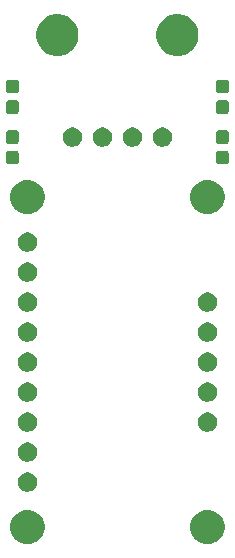
<source format=gbr>
G04 #@! TF.GenerationSoftware,KiCad,Pcbnew,(5.0.2)-1*
G04 #@! TF.CreationDate,2019-04-17T18:20:16-05:00*
G04 #@! TF.ProjectId,LSM9DS1Breakout_Hardware,4c534d39-4453-4314-9272-65616b6f7574,rev?*
G04 #@! TF.SameCoordinates,Original*
G04 #@! TF.FileFunction,Soldermask,Top*
G04 #@! TF.FilePolarity,Negative*
%FSLAX46Y46*%
G04 Gerber Fmt 4.6, Leading zero omitted, Abs format (unit mm)*
G04 Created by KiCad (PCBNEW (5.0.2)-1) date 4/17/2019 6:20:16 PM*
%MOMM*%
%LPD*%
G01*
G04 APERTURE LIST*
%ADD10C,0.100000*%
G04 APERTURE END LIST*
D10*
G36*
X137442491Y-68429823D02*
X137582366Y-68457646D01*
X137845885Y-68566799D01*
X138081449Y-68724198D01*
X138083049Y-68725267D01*
X138284733Y-68926951D01*
X138284735Y-68926954D01*
X138443201Y-69164115D01*
X138552354Y-69427634D01*
X138608000Y-69707384D01*
X138608000Y-69992616D01*
X138552354Y-70272366D01*
X138443201Y-70535885D01*
X138285802Y-70771449D01*
X138284733Y-70773049D01*
X138083049Y-70974733D01*
X138083046Y-70974735D01*
X137845885Y-71133201D01*
X137582366Y-71242354D01*
X137442491Y-71270177D01*
X137302617Y-71298000D01*
X137017383Y-71298000D01*
X136877509Y-71270177D01*
X136737634Y-71242354D01*
X136474115Y-71133201D01*
X136236954Y-70974735D01*
X136236951Y-70974733D01*
X136035267Y-70773049D01*
X136034198Y-70771449D01*
X135876799Y-70535885D01*
X135767646Y-70272366D01*
X135712000Y-69992616D01*
X135712000Y-69707384D01*
X135767646Y-69427634D01*
X135876799Y-69164115D01*
X136035265Y-68926954D01*
X136035267Y-68926951D01*
X136236951Y-68725267D01*
X136238551Y-68724198D01*
X136474115Y-68566799D01*
X136737634Y-68457646D01*
X136877509Y-68429823D01*
X137017383Y-68402000D01*
X137302617Y-68402000D01*
X137442491Y-68429823D01*
X137442491Y-68429823D01*
G37*
G36*
X122202491Y-68429823D02*
X122342366Y-68457646D01*
X122605885Y-68566799D01*
X122841449Y-68724198D01*
X122843049Y-68725267D01*
X123044733Y-68926951D01*
X123044735Y-68926954D01*
X123203201Y-69164115D01*
X123312354Y-69427634D01*
X123368000Y-69707384D01*
X123368000Y-69992616D01*
X123312354Y-70272366D01*
X123203201Y-70535885D01*
X123045802Y-70771449D01*
X123044733Y-70773049D01*
X122843049Y-70974733D01*
X122843046Y-70974735D01*
X122605885Y-71133201D01*
X122342366Y-71242354D01*
X122202491Y-71270177D01*
X122062617Y-71298000D01*
X121777383Y-71298000D01*
X121637509Y-71270177D01*
X121497634Y-71242354D01*
X121234115Y-71133201D01*
X120996954Y-70974735D01*
X120996951Y-70974733D01*
X120795267Y-70773049D01*
X120794198Y-70771449D01*
X120636799Y-70535885D01*
X120527646Y-70272366D01*
X120472000Y-69992616D01*
X120472000Y-69707384D01*
X120527646Y-69427634D01*
X120636799Y-69164115D01*
X120795265Y-68926954D01*
X120795267Y-68926951D01*
X120996951Y-68725267D01*
X120998551Y-68724198D01*
X121234115Y-68566799D01*
X121497634Y-68457646D01*
X121637509Y-68429823D01*
X121777383Y-68402000D01*
X122062617Y-68402000D01*
X122202491Y-68429823D01*
X122202491Y-68429823D01*
G37*
G36*
X122157142Y-65258242D02*
X122305102Y-65319530D01*
X122438258Y-65408502D01*
X122551498Y-65521742D01*
X122640470Y-65654898D01*
X122701758Y-65802858D01*
X122733000Y-65959925D01*
X122733000Y-66120075D01*
X122701758Y-66277142D01*
X122640470Y-66425102D01*
X122551498Y-66558258D01*
X122438258Y-66671498D01*
X122305102Y-66760470D01*
X122157142Y-66821758D01*
X122000075Y-66853000D01*
X121839925Y-66853000D01*
X121682858Y-66821758D01*
X121534898Y-66760470D01*
X121401742Y-66671498D01*
X121288502Y-66558258D01*
X121199530Y-66425102D01*
X121138242Y-66277142D01*
X121107000Y-66120075D01*
X121107000Y-65959925D01*
X121138242Y-65802858D01*
X121199530Y-65654898D01*
X121288502Y-65521742D01*
X121401742Y-65408502D01*
X121534898Y-65319530D01*
X121682858Y-65258242D01*
X121839925Y-65227000D01*
X122000075Y-65227000D01*
X122157142Y-65258242D01*
X122157142Y-65258242D01*
G37*
G36*
X122157142Y-62718242D02*
X122305102Y-62779530D01*
X122438258Y-62868502D01*
X122551498Y-62981742D01*
X122640470Y-63114898D01*
X122701758Y-63262858D01*
X122733000Y-63419925D01*
X122733000Y-63580075D01*
X122701758Y-63737142D01*
X122640470Y-63885102D01*
X122551498Y-64018258D01*
X122438258Y-64131498D01*
X122305102Y-64220470D01*
X122157142Y-64281758D01*
X122000075Y-64313000D01*
X121839925Y-64313000D01*
X121682858Y-64281758D01*
X121534898Y-64220470D01*
X121401742Y-64131498D01*
X121288502Y-64018258D01*
X121199530Y-63885102D01*
X121138242Y-63737142D01*
X121107000Y-63580075D01*
X121107000Y-63419925D01*
X121138242Y-63262858D01*
X121199530Y-63114898D01*
X121288502Y-62981742D01*
X121401742Y-62868502D01*
X121534898Y-62779530D01*
X121682858Y-62718242D01*
X121839925Y-62687000D01*
X122000075Y-62687000D01*
X122157142Y-62718242D01*
X122157142Y-62718242D01*
G37*
G36*
X137397142Y-60178242D02*
X137545102Y-60239530D01*
X137678258Y-60328502D01*
X137791498Y-60441742D01*
X137880470Y-60574898D01*
X137941758Y-60722858D01*
X137973000Y-60879925D01*
X137973000Y-61040075D01*
X137941758Y-61197142D01*
X137880470Y-61345102D01*
X137791498Y-61478258D01*
X137678258Y-61591498D01*
X137545102Y-61680470D01*
X137397142Y-61741758D01*
X137240075Y-61773000D01*
X137079925Y-61773000D01*
X136922858Y-61741758D01*
X136774898Y-61680470D01*
X136641742Y-61591498D01*
X136528502Y-61478258D01*
X136439530Y-61345102D01*
X136378242Y-61197142D01*
X136347000Y-61040075D01*
X136347000Y-60879925D01*
X136378242Y-60722858D01*
X136439530Y-60574898D01*
X136528502Y-60441742D01*
X136641742Y-60328502D01*
X136774898Y-60239530D01*
X136922858Y-60178242D01*
X137079925Y-60147000D01*
X137240075Y-60147000D01*
X137397142Y-60178242D01*
X137397142Y-60178242D01*
G37*
G36*
X122157142Y-60178242D02*
X122305102Y-60239530D01*
X122438258Y-60328502D01*
X122551498Y-60441742D01*
X122640470Y-60574898D01*
X122701758Y-60722858D01*
X122733000Y-60879925D01*
X122733000Y-61040075D01*
X122701758Y-61197142D01*
X122640470Y-61345102D01*
X122551498Y-61478258D01*
X122438258Y-61591498D01*
X122305102Y-61680470D01*
X122157142Y-61741758D01*
X122000075Y-61773000D01*
X121839925Y-61773000D01*
X121682858Y-61741758D01*
X121534898Y-61680470D01*
X121401742Y-61591498D01*
X121288502Y-61478258D01*
X121199530Y-61345102D01*
X121138242Y-61197142D01*
X121107000Y-61040075D01*
X121107000Y-60879925D01*
X121138242Y-60722858D01*
X121199530Y-60574898D01*
X121288502Y-60441742D01*
X121401742Y-60328502D01*
X121534898Y-60239530D01*
X121682858Y-60178242D01*
X121839925Y-60147000D01*
X122000075Y-60147000D01*
X122157142Y-60178242D01*
X122157142Y-60178242D01*
G37*
G36*
X137397142Y-57638242D02*
X137545102Y-57699530D01*
X137678258Y-57788502D01*
X137791498Y-57901742D01*
X137880470Y-58034898D01*
X137941758Y-58182858D01*
X137973000Y-58339925D01*
X137973000Y-58500075D01*
X137941758Y-58657142D01*
X137880470Y-58805102D01*
X137791498Y-58938258D01*
X137678258Y-59051498D01*
X137545102Y-59140470D01*
X137397142Y-59201758D01*
X137240075Y-59233000D01*
X137079925Y-59233000D01*
X136922858Y-59201758D01*
X136774898Y-59140470D01*
X136641742Y-59051498D01*
X136528502Y-58938258D01*
X136439530Y-58805102D01*
X136378242Y-58657142D01*
X136347000Y-58500075D01*
X136347000Y-58339925D01*
X136378242Y-58182858D01*
X136439530Y-58034898D01*
X136528502Y-57901742D01*
X136641742Y-57788502D01*
X136774898Y-57699530D01*
X136922858Y-57638242D01*
X137079925Y-57607000D01*
X137240075Y-57607000D01*
X137397142Y-57638242D01*
X137397142Y-57638242D01*
G37*
G36*
X122157142Y-57638242D02*
X122305102Y-57699530D01*
X122438258Y-57788502D01*
X122551498Y-57901742D01*
X122640470Y-58034898D01*
X122701758Y-58182858D01*
X122733000Y-58339925D01*
X122733000Y-58500075D01*
X122701758Y-58657142D01*
X122640470Y-58805102D01*
X122551498Y-58938258D01*
X122438258Y-59051498D01*
X122305102Y-59140470D01*
X122157142Y-59201758D01*
X122000075Y-59233000D01*
X121839925Y-59233000D01*
X121682858Y-59201758D01*
X121534898Y-59140470D01*
X121401742Y-59051498D01*
X121288502Y-58938258D01*
X121199530Y-58805102D01*
X121138242Y-58657142D01*
X121107000Y-58500075D01*
X121107000Y-58339925D01*
X121138242Y-58182858D01*
X121199530Y-58034898D01*
X121288502Y-57901742D01*
X121401742Y-57788502D01*
X121534898Y-57699530D01*
X121682858Y-57638242D01*
X121839925Y-57607000D01*
X122000075Y-57607000D01*
X122157142Y-57638242D01*
X122157142Y-57638242D01*
G37*
G36*
X137397142Y-55098242D02*
X137545102Y-55159530D01*
X137678258Y-55248502D01*
X137791498Y-55361742D01*
X137880470Y-55494898D01*
X137941758Y-55642858D01*
X137973000Y-55799925D01*
X137973000Y-55960075D01*
X137941758Y-56117142D01*
X137880470Y-56265102D01*
X137791498Y-56398258D01*
X137678258Y-56511498D01*
X137545102Y-56600470D01*
X137397142Y-56661758D01*
X137240075Y-56693000D01*
X137079925Y-56693000D01*
X136922858Y-56661758D01*
X136774898Y-56600470D01*
X136641742Y-56511498D01*
X136528502Y-56398258D01*
X136439530Y-56265102D01*
X136378242Y-56117142D01*
X136347000Y-55960075D01*
X136347000Y-55799925D01*
X136378242Y-55642858D01*
X136439530Y-55494898D01*
X136528502Y-55361742D01*
X136641742Y-55248502D01*
X136774898Y-55159530D01*
X136922858Y-55098242D01*
X137079925Y-55067000D01*
X137240075Y-55067000D01*
X137397142Y-55098242D01*
X137397142Y-55098242D01*
G37*
G36*
X122157142Y-55098242D02*
X122305102Y-55159530D01*
X122438258Y-55248502D01*
X122551498Y-55361742D01*
X122640470Y-55494898D01*
X122701758Y-55642858D01*
X122733000Y-55799925D01*
X122733000Y-55960075D01*
X122701758Y-56117142D01*
X122640470Y-56265102D01*
X122551498Y-56398258D01*
X122438258Y-56511498D01*
X122305102Y-56600470D01*
X122157142Y-56661758D01*
X122000075Y-56693000D01*
X121839925Y-56693000D01*
X121682858Y-56661758D01*
X121534898Y-56600470D01*
X121401742Y-56511498D01*
X121288502Y-56398258D01*
X121199530Y-56265102D01*
X121138242Y-56117142D01*
X121107000Y-55960075D01*
X121107000Y-55799925D01*
X121138242Y-55642858D01*
X121199530Y-55494898D01*
X121288502Y-55361742D01*
X121401742Y-55248502D01*
X121534898Y-55159530D01*
X121682858Y-55098242D01*
X121839925Y-55067000D01*
X122000075Y-55067000D01*
X122157142Y-55098242D01*
X122157142Y-55098242D01*
G37*
G36*
X122157142Y-52558242D02*
X122305102Y-52619530D01*
X122438258Y-52708502D01*
X122551498Y-52821742D01*
X122640470Y-52954898D01*
X122701758Y-53102858D01*
X122733000Y-53259925D01*
X122733000Y-53420075D01*
X122701758Y-53577142D01*
X122640470Y-53725102D01*
X122551498Y-53858258D01*
X122438258Y-53971498D01*
X122305102Y-54060470D01*
X122157142Y-54121758D01*
X122000075Y-54153000D01*
X121839925Y-54153000D01*
X121682858Y-54121758D01*
X121534898Y-54060470D01*
X121401742Y-53971498D01*
X121288502Y-53858258D01*
X121199530Y-53725102D01*
X121138242Y-53577142D01*
X121107000Y-53420075D01*
X121107000Y-53259925D01*
X121138242Y-53102858D01*
X121199530Y-52954898D01*
X121288502Y-52821742D01*
X121401742Y-52708502D01*
X121534898Y-52619530D01*
X121682858Y-52558242D01*
X121839925Y-52527000D01*
X122000075Y-52527000D01*
X122157142Y-52558242D01*
X122157142Y-52558242D01*
G37*
G36*
X137397142Y-52558242D02*
X137545102Y-52619530D01*
X137678258Y-52708502D01*
X137791498Y-52821742D01*
X137880470Y-52954898D01*
X137941758Y-53102858D01*
X137973000Y-53259925D01*
X137973000Y-53420075D01*
X137941758Y-53577142D01*
X137880470Y-53725102D01*
X137791498Y-53858258D01*
X137678258Y-53971498D01*
X137545102Y-54060470D01*
X137397142Y-54121758D01*
X137240075Y-54153000D01*
X137079925Y-54153000D01*
X136922858Y-54121758D01*
X136774898Y-54060470D01*
X136641742Y-53971498D01*
X136528502Y-53858258D01*
X136439530Y-53725102D01*
X136378242Y-53577142D01*
X136347000Y-53420075D01*
X136347000Y-53259925D01*
X136378242Y-53102858D01*
X136439530Y-52954898D01*
X136528502Y-52821742D01*
X136641742Y-52708502D01*
X136774898Y-52619530D01*
X136922858Y-52558242D01*
X137079925Y-52527000D01*
X137240075Y-52527000D01*
X137397142Y-52558242D01*
X137397142Y-52558242D01*
G37*
G36*
X122157142Y-50018242D02*
X122305102Y-50079530D01*
X122438258Y-50168502D01*
X122551498Y-50281742D01*
X122640470Y-50414898D01*
X122701758Y-50562858D01*
X122733000Y-50719925D01*
X122733000Y-50880075D01*
X122701758Y-51037142D01*
X122640470Y-51185102D01*
X122551498Y-51318258D01*
X122438258Y-51431498D01*
X122305102Y-51520470D01*
X122157142Y-51581758D01*
X122000075Y-51613000D01*
X121839925Y-51613000D01*
X121682858Y-51581758D01*
X121534898Y-51520470D01*
X121401742Y-51431498D01*
X121288502Y-51318258D01*
X121199530Y-51185102D01*
X121138242Y-51037142D01*
X121107000Y-50880075D01*
X121107000Y-50719925D01*
X121138242Y-50562858D01*
X121199530Y-50414898D01*
X121288502Y-50281742D01*
X121401742Y-50168502D01*
X121534898Y-50079530D01*
X121682858Y-50018242D01*
X121839925Y-49987000D01*
X122000075Y-49987000D01*
X122157142Y-50018242D01*
X122157142Y-50018242D01*
G37*
G36*
X137397142Y-50018242D02*
X137545102Y-50079530D01*
X137678258Y-50168502D01*
X137791498Y-50281742D01*
X137880470Y-50414898D01*
X137941758Y-50562858D01*
X137973000Y-50719925D01*
X137973000Y-50880075D01*
X137941758Y-51037142D01*
X137880470Y-51185102D01*
X137791498Y-51318258D01*
X137678258Y-51431498D01*
X137545102Y-51520470D01*
X137397142Y-51581758D01*
X137240075Y-51613000D01*
X137079925Y-51613000D01*
X136922858Y-51581758D01*
X136774898Y-51520470D01*
X136641742Y-51431498D01*
X136528502Y-51318258D01*
X136439530Y-51185102D01*
X136378242Y-51037142D01*
X136347000Y-50880075D01*
X136347000Y-50719925D01*
X136378242Y-50562858D01*
X136439530Y-50414898D01*
X136528502Y-50281742D01*
X136641742Y-50168502D01*
X136774898Y-50079530D01*
X136922858Y-50018242D01*
X137079925Y-49987000D01*
X137240075Y-49987000D01*
X137397142Y-50018242D01*
X137397142Y-50018242D01*
G37*
G36*
X122157142Y-47478242D02*
X122305102Y-47539530D01*
X122438258Y-47628502D01*
X122551498Y-47741742D01*
X122640470Y-47874898D01*
X122701758Y-48022858D01*
X122733000Y-48179925D01*
X122733000Y-48340075D01*
X122701758Y-48497142D01*
X122640470Y-48645102D01*
X122551498Y-48778258D01*
X122438258Y-48891498D01*
X122305102Y-48980470D01*
X122157142Y-49041758D01*
X122000075Y-49073000D01*
X121839925Y-49073000D01*
X121682858Y-49041758D01*
X121534898Y-48980470D01*
X121401742Y-48891498D01*
X121288502Y-48778258D01*
X121199530Y-48645102D01*
X121138242Y-48497142D01*
X121107000Y-48340075D01*
X121107000Y-48179925D01*
X121138242Y-48022858D01*
X121199530Y-47874898D01*
X121288502Y-47741742D01*
X121401742Y-47628502D01*
X121534898Y-47539530D01*
X121682858Y-47478242D01*
X121839925Y-47447000D01*
X122000075Y-47447000D01*
X122157142Y-47478242D01*
X122157142Y-47478242D01*
G37*
G36*
X122157142Y-44938242D02*
X122305102Y-44999530D01*
X122438258Y-45088502D01*
X122551498Y-45201742D01*
X122640470Y-45334898D01*
X122701758Y-45482858D01*
X122733000Y-45639925D01*
X122733000Y-45800075D01*
X122701758Y-45957142D01*
X122640470Y-46105102D01*
X122551498Y-46238258D01*
X122438258Y-46351498D01*
X122305102Y-46440470D01*
X122157142Y-46501758D01*
X122000075Y-46533000D01*
X121839925Y-46533000D01*
X121682858Y-46501758D01*
X121534898Y-46440470D01*
X121401742Y-46351498D01*
X121288502Y-46238258D01*
X121199530Y-46105102D01*
X121138242Y-45957142D01*
X121107000Y-45800075D01*
X121107000Y-45639925D01*
X121138242Y-45482858D01*
X121199530Y-45334898D01*
X121288502Y-45201742D01*
X121401742Y-45088502D01*
X121534898Y-44999530D01*
X121682858Y-44938242D01*
X121839925Y-44907000D01*
X122000075Y-44907000D01*
X122157142Y-44938242D01*
X122157142Y-44938242D01*
G37*
G36*
X122202491Y-40489823D02*
X122342366Y-40517646D01*
X122605885Y-40626799D01*
X122841449Y-40784198D01*
X122843049Y-40785267D01*
X123044733Y-40986951D01*
X123044735Y-40986954D01*
X123203201Y-41224115D01*
X123312354Y-41487634D01*
X123368000Y-41767384D01*
X123368000Y-42052616D01*
X123312354Y-42332366D01*
X123203201Y-42595885D01*
X123045802Y-42831449D01*
X123044733Y-42833049D01*
X122843049Y-43034733D01*
X122843046Y-43034735D01*
X122605885Y-43193201D01*
X122342366Y-43302354D01*
X122202491Y-43330177D01*
X122062617Y-43358000D01*
X121777383Y-43358000D01*
X121637509Y-43330177D01*
X121497634Y-43302354D01*
X121234115Y-43193201D01*
X120996954Y-43034735D01*
X120996951Y-43034733D01*
X120795267Y-42833049D01*
X120794198Y-42831449D01*
X120636799Y-42595885D01*
X120527646Y-42332366D01*
X120472000Y-42052616D01*
X120472000Y-41767384D01*
X120527646Y-41487634D01*
X120636799Y-41224115D01*
X120795265Y-40986954D01*
X120795267Y-40986951D01*
X120996951Y-40785267D01*
X120998551Y-40784198D01*
X121234115Y-40626799D01*
X121497634Y-40517646D01*
X121637509Y-40489823D01*
X121777383Y-40462000D01*
X122062617Y-40462000D01*
X122202491Y-40489823D01*
X122202491Y-40489823D01*
G37*
G36*
X137442491Y-40489823D02*
X137582366Y-40517646D01*
X137845885Y-40626799D01*
X138081449Y-40784198D01*
X138083049Y-40785267D01*
X138284733Y-40986951D01*
X138284735Y-40986954D01*
X138443201Y-41224115D01*
X138552354Y-41487634D01*
X138608000Y-41767384D01*
X138608000Y-42052616D01*
X138552354Y-42332366D01*
X138443201Y-42595885D01*
X138285802Y-42831449D01*
X138284733Y-42833049D01*
X138083049Y-43034733D01*
X138083046Y-43034735D01*
X137845885Y-43193201D01*
X137582366Y-43302354D01*
X137442491Y-43330177D01*
X137302617Y-43358000D01*
X137017383Y-43358000D01*
X136877509Y-43330177D01*
X136737634Y-43302354D01*
X136474115Y-43193201D01*
X136236954Y-43034735D01*
X136236951Y-43034733D01*
X136035267Y-42833049D01*
X136034198Y-42831449D01*
X135876799Y-42595885D01*
X135767646Y-42332366D01*
X135712000Y-42052616D01*
X135712000Y-41767384D01*
X135767646Y-41487634D01*
X135876799Y-41224115D01*
X136035265Y-40986954D01*
X136035267Y-40986951D01*
X136236951Y-40785267D01*
X136238551Y-40784198D01*
X136474115Y-40626799D01*
X136737634Y-40517646D01*
X136877509Y-40489823D01*
X137017383Y-40462000D01*
X137302617Y-40462000D01*
X137442491Y-40489823D01*
X137442491Y-40489823D01*
G37*
G36*
X138794499Y-38008445D02*
X138831993Y-38019819D01*
X138866557Y-38038294D01*
X138896847Y-38063153D01*
X138921706Y-38093443D01*
X138940181Y-38128007D01*
X138951555Y-38165501D01*
X138956000Y-38210638D01*
X138956000Y-38949362D01*
X138951555Y-38994499D01*
X138940181Y-39031993D01*
X138921706Y-39066557D01*
X138896847Y-39096847D01*
X138866557Y-39121706D01*
X138831993Y-39140181D01*
X138794499Y-39151555D01*
X138749362Y-39156000D01*
X138110638Y-39156000D01*
X138065501Y-39151555D01*
X138028007Y-39140181D01*
X137993443Y-39121706D01*
X137963153Y-39096847D01*
X137938294Y-39066557D01*
X137919819Y-39031993D01*
X137908445Y-38994499D01*
X137904000Y-38949362D01*
X137904000Y-38210638D01*
X137908445Y-38165501D01*
X137919819Y-38128007D01*
X137938294Y-38093443D01*
X137963153Y-38063153D01*
X137993443Y-38038294D01*
X138028007Y-38019819D01*
X138065501Y-38008445D01*
X138110638Y-38004000D01*
X138749362Y-38004000D01*
X138794499Y-38008445D01*
X138794499Y-38008445D01*
G37*
G36*
X121014499Y-38008445D02*
X121051993Y-38019819D01*
X121086557Y-38038294D01*
X121116847Y-38063153D01*
X121141706Y-38093443D01*
X121160181Y-38128007D01*
X121171555Y-38165501D01*
X121176000Y-38210638D01*
X121176000Y-38949362D01*
X121171555Y-38994499D01*
X121160181Y-39031993D01*
X121141706Y-39066557D01*
X121116847Y-39096847D01*
X121086557Y-39121706D01*
X121051993Y-39140181D01*
X121014499Y-39151555D01*
X120969362Y-39156000D01*
X120330638Y-39156000D01*
X120285501Y-39151555D01*
X120248007Y-39140181D01*
X120213443Y-39121706D01*
X120183153Y-39096847D01*
X120158294Y-39066557D01*
X120139819Y-39031993D01*
X120128445Y-38994499D01*
X120124000Y-38949362D01*
X120124000Y-38210638D01*
X120128445Y-38165501D01*
X120139819Y-38128007D01*
X120158294Y-38093443D01*
X120183153Y-38063153D01*
X120213443Y-38038294D01*
X120248007Y-38019819D01*
X120285501Y-38008445D01*
X120330638Y-38004000D01*
X120969362Y-38004000D01*
X121014499Y-38008445D01*
X121014499Y-38008445D01*
G37*
G36*
X131047142Y-36048242D02*
X131195102Y-36109530D01*
X131262130Y-36154317D01*
X131328257Y-36198501D01*
X131441499Y-36311743D01*
X131462680Y-36343443D01*
X131530470Y-36444898D01*
X131591758Y-36592858D01*
X131623000Y-36749925D01*
X131623000Y-36910075D01*
X131591758Y-37067142D01*
X131530470Y-37215102D01*
X131485775Y-37281993D01*
X131454387Y-37328969D01*
X131441498Y-37348258D01*
X131328258Y-37461498D01*
X131195102Y-37550470D01*
X131047142Y-37611758D01*
X130890075Y-37643000D01*
X130729925Y-37643000D01*
X130572858Y-37611758D01*
X130424898Y-37550470D01*
X130291742Y-37461498D01*
X130178502Y-37348258D01*
X130165614Y-37328969D01*
X130134225Y-37281993D01*
X130089530Y-37215102D01*
X130028242Y-37067142D01*
X129997000Y-36910075D01*
X129997000Y-36749925D01*
X130028242Y-36592858D01*
X130089530Y-36444898D01*
X130157320Y-36343443D01*
X130178501Y-36311743D01*
X130291743Y-36198501D01*
X130357870Y-36154317D01*
X130424898Y-36109530D01*
X130572858Y-36048242D01*
X130729925Y-36017000D01*
X130890075Y-36017000D01*
X131047142Y-36048242D01*
X131047142Y-36048242D01*
G37*
G36*
X133587142Y-36048242D02*
X133735102Y-36109530D01*
X133802130Y-36154317D01*
X133868257Y-36198501D01*
X133981499Y-36311743D01*
X134002680Y-36343443D01*
X134070470Y-36444898D01*
X134131758Y-36592858D01*
X134163000Y-36749925D01*
X134163000Y-36910075D01*
X134131758Y-37067142D01*
X134070470Y-37215102D01*
X134025775Y-37281993D01*
X133994387Y-37328969D01*
X133981498Y-37348258D01*
X133868258Y-37461498D01*
X133735102Y-37550470D01*
X133587142Y-37611758D01*
X133430075Y-37643000D01*
X133269925Y-37643000D01*
X133112858Y-37611758D01*
X132964898Y-37550470D01*
X132831742Y-37461498D01*
X132718502Y-37348258D01*
X132705614Y-37328969D01*
X132674225Y-37281993D01*
X132629530Y-37215102D01*
X132568242Y-37067142D01*
X132537000Y-36910075D01*
X132537000Y-36749925D01*
X132568242Y-36592858D01*
X132629530Y-36444898D01*
X132697320Y-36343443D01*
X132718501Y-36311743D01*
X132831743Y-36198501D01*
X132897870Y-36154317D01*
X132964898Y-36109530D01*
X133112858Y-36048242D01*
X133269925Y-36017000D01*
X133430075Y-36017000D01*
X133587142Y-36048242D01*
X133587142Y-36048242D01*
G37*
G36*
X128507142Y-36048242D02*
X128655102Y-36109530D01*
X128722130Y-36154317D01*
X128788257Y-36198501D01*
X128901499Y-36311743D01*
X128922680Y-36343443D01*
X128990470Y-36444898D01*
X129051758Y-36592858D01*
X129083000Y-36749925D01*
X129083000Y-36910075D01*
X129051758Y-37067142D01*
X128990470Y-37215102D01*
X128945775Y-37281993D01*
X128914387Y-37328969D01*
X128901498Y-37348258D01*
X128788258Y-37461498D01*
X128655102Y-37550470D01*
X128507142Y-37611758D01*
X128350075Y-37643000D01*
X128189925Y-37643000D01*
X128032858Y-37611758D01*
X127884898Y-37550470D01*
X127751742Y-37461498D01*
X127638502Y-37348258D01*
X127625614Y-37328969D01*
X127594225Y-37281993D01*
X127549530Y-37215102D01*
X127488242Y-37067142D01*
X127457000Y-36910075D01*
X127457000Y-36749925D01*
X127488242Y-36592858D01*
X127549530Y-36444898D01*
X127617320Y-36343443D01*
X127638501Y-36311743D01*
X127751743Y-36198501D01*
X127817870Y-36154317D01*
X127884898Y-36109530D01*
X128032858Y-36048242D01*
X128189925Y-36017000D01*
X128350075Y-36017000D01*
X128507142Y-36048242D01*
X128507142Y-36048242D01*
G37*
G36*
X125967142Y-36048242D02*
X126115102Y-36109530D01*
X126182130Y-36154317D01*
X126248257Y-36198501D01*
X126361499Y-36311743D01*
X126382680Y-36343443D01*
X126450470Y-36444898D01*
X126511758Y-36592858D01*
X126543000Y-36749925D01*
X126543000Y-36910075D01*
X126511758Y-37067142D01*
X126450470Y-37215102D01*
X126405775Y-37281993D01*
X126374387Y-37328969D01*
X126361498Y-37348258D01*
X126248258Y-37461498D01*
X126115102Y-37550470D01*
X125967142Y-37611758D01*
X125810075Y-37643000D01*
X125649925Y-37643000D01*
X125492858Y-37611758D01*
X125344898Y-37550470D01*
X125211742Y-37461498D01*
X125098502Y-37348258D01*
X125085614Y-37328969D01*
X125054225Y-37281993D01*
X125009530Y-37215102D01*
X124948242Y-37067142D01*
X124917000Y-36910075D01*
X124917000Y-36749925D01*
X124948242Y-36592858D01*
X125009530Y-36444898D01*
X125077320Y-36343443D01*
X125098501Y-36311743D01*
X125211743Y-36198501D01*
X125277870Y-36154317D01*
X125344898Y-36109530D01*
X125492858Y-36048242D01*
X125649925Y-36017000D01*
X125810075Y-36017000D01*
X125967142Y-36048242D01*
X125967142Y-36048242D01*
G37*
G36*
X138794499Y-36258445D02*
X138831993Y-36269819D01*
X138866557Y-36288294D01*
X138896847Y-36313153D01*
X138921706Y-36343443D01*
X138940181Y-36378007D01*
X138951555Y-36415501D01*
X138956000Y-36460638D01*
X138956000Y-37199362D01*
X138951555Y-37244499D01*
X138940181Y-37281993D01*
X138921706Y-37316557D01*
X138896847Y-37346847D01*
X138866557Y-37371706D01*
X138831993Y-37390181D01*
X138794499Y-37401555D01*
X138749362Y-37406000D01*
X138110638Y-37406000D01*
X138065501Y-37401555D01*
X138028007Y-37390181D01*
X137993443Y-37371706D01*
X137963153Y-37346847D01*
X137938294Y-37316557D01*
X137919819Y-37281993D01*
X137908445Y-37244499D01*
X137904000Y-37199362D01*
X137904000Y-36460638D01*
X137908445Y-36415501D01*
X137919819Y-36378007D01*
X137938294Y-36343443D01*
X137963153Y-36313153D01*
X137993443Y-36288294D01*
X138028007Y-36269819D01*
X138065501Y-36258445D01*
X138110638Y-36254000D01*
X138749362Y-36254000D01*
X138794499Y-36258445D01*
X138794499Y-36258445D01*
G37*
G36*
X121014499Y-36258445D02*
X121051993Y-36269819D01*
X121086557Y-36288294D01*
X121116847Y-36313153D01*
X121141706Y-36343443D01*
X121160181Y-36378007D01*
X121171555Y-36415501D01*
X121176000Y-36460638D01*
X121176000Y-37199362D01*
X121171555Y-37244499D01*
X121160181Y-37281993D01*
X121141706Y-37316557D01*
X121116847Y-37346847D01*
X121086557Y-37371706D01*
X121051993Y-37390181D01*
X121014499Y-37401555D01*
X120969362Y-37406000D01*
X120330638Y-37406000D01*
X120285501Y-37401555D01*
X120248007Y-37390181D01*
X120213443Y-37371706D01*
X120183153Y-37346847D01*
X120158294Y-37316557D01*
X120139819Y-37281993D01*
X120128445Y-37244499D01*
X120124000Y-37199362D01*
X120124000Y-36460638D01*
X120128445Y-36415501D01*
X120139819Y-36378007D01*
X120158294Y-36343443D01*
X120183153Y-36313153D01*
X120213443Y-36288294D01*
X120248007Y-36269819D01*
X120285501Y-36258445D01*
X120330638Y-36254000D01*
X120969362Y-36254000D01*
X121014499Y-36258445D01*
X121014499Y-36258445D01*
G37*
G36*
X121014499Y-33718445D02*
X121051993Y-33729819D01*
X121086557Y-33748294D01*
X121116847Y-33773153D01*
X121141706Y-33803443D01*
X121160181Y-33838007D01*
X121171555Y-33875501D01*
X121176000Y-33920638D01*
X121176000Y-34659362D01*
X121171555Y-34704499D01*
X121160181Y-34741993D01*
X121141706Y-34776557D01*
X121116847Y-34806847D01*
X121086557Y-34831706D01*
X121051993Y-34850181D01*
X121014499Y-34861555D01*
X120969362Y-34866000D01*
X120330638Y-34866000D01*
X120285501Y-34861555D01*
X120248007Y-34850181D01*
X120213443Y-34831706D01*
X120183153Y-34806847D01*
X120158294Y-34776557D01*
X120139819Y-34741993D01*
X120128445Y-34704499D01*
X120124000Y-34659362D01*
X120124000Y-33920638D01*
X120128445Y-33875501D01*
X120139819Y-33838007D01*
X120158294Y-33803443D01*
X120183153Y-33773153D01*
X120213443Y-33748294D01*
X120248007Y-33729819D01*
X120285501Y-33718445D01*
X120330638Y-33714000D01*
X120969362Y-33714000D01*
X121014499Y-33718445D01*
X121014499Y-33718445D01*
G37*
G36*
X138794499Y-33718445D02*
X138831993Y-33729819D01*
X138866557Y-33748294D01*
X138896847Y-33773153D01*
X138921706Y-33803443D01*
X138940181Y-33838007D01*
X138951555Y-33875501D01*
X138956000Y-33920638D01*
X138956000Y-34659362D01*
X138951555Y-34704499D01*
X138940181Y-34741993D01*
X138921706Y-34776557D01*
X138896847Y-34806847D01*
X138866557Y-34831706D01*
X138831993Y-34850181D01*
X138794499Y-34861555D01*
X138749362Y-34866000D01*
X138110638Y-34866000D01*
X138065501Y-34861555D01*
X138028007Y-34850181D01*
X137993443Y-34831706D01*
X137963153Y-34806847D01*
X137938294Y-34776557D01*
X137919819Y-34741993D01*
X137908445Y-34704499D01*
X137904000Y-34659362D01*
X137904000Y-33920638D01*
X137908445Y-33875501D01*
X137919819Y-33838007D01*
X137938294Y-33803443D01*
X137963153Y-33773153D01*
X137993443Y-33748294D01*
X138028007Y-33729819D01*
X138065501Y-33718445D01*
X138110638Y-33714000D01*
X138749362Y-33714000D01*
X138794499Y-33718445D01*
X138794499Y-33718445D01*
G37*
G36*
X121014499Y-31968445D02*
X121051993Y-31979819D01*
X121086557Y-31998294D01*
X121116847Y-32023153D01*
X121141706Y-32053443D01*
X121160181Y-32088007D01*
X121171555Y-32125501D01*
X121176000Y-32170638D01*
X121176000Y-32909362D01*
X121171555Y-32954499D01*
X121160181Y-32991993D01*
X121141706Y-33026557D01*
X121116847Y-33056847D01*
X121086557Y-33081706D01*
X121051993Y-33100181D01*
X121014499Y-33111555D01*
X120969362Y-33116000D01*
X120330638Y-33116000D01*
X120285501Y-33111555D01*
X120248007Y-33100181D01*
X120213443Y-33081706D01*
X120183153Y-33056847D01*
X120158294Y-33026557D01*
X120139819Y-32991993D01*
X120128445Y-32954499D01*
X120124000Y-32909362D01*
X120124000Y-32170638D01*
X120128445Y-32125501D01*
X120139819Y-32088007D01*
X120158294Y-32053443D01*
X120183153Y-32023153D01*
X120213443Y-31998294D01*
X120248007Y-31979819D01*
X120285501Y-31968445D01*
X120330638Y-31964000D01*
X120969362Y-31964000D01*
X121014499Y-31968445D01*
X121014499Y-31968445D01*
G37*
G36*
X138794499Y-31968445D02*
X138831993Y-31979819D01*
X138866557Y-31998294D01*
X138896847Y-32023153D01*
X138921706Y-32053443D01*
X138940181Y-32088007D01*
X138951555Y-32125501D01*
X138956000Y-32170638D01*
X138956000Y-32909362D01*
X138951555Y-32954499D01*
X138940181Y-32991993D01*
X138921706Y-33026557D01*
X138896847Y-33056847D01*
X138866557Y-33081706D01*
X138831993Y-33100181D01*
X138794499Y-33111555D01*
X138749362Y-33116000D01*
X138110638Y-33116000D01*
X138065501Y-33111555D01*
X138028007Y-33100181D01*
X137993443Y-33081706D01*
X137963153Y-33056847D01*
X137938294Y-33026557D01*
X137919819Y-32991993D01*
X137908445Y-32954499D01*
X137904000Y-32909362D01*
X137904000Y-32170638D01*
X137908445Y-32125501D01*
X137919819Y-32088007D01*
X137938294Y-32053443D01*
X137963153Y-32023153D01*
X137993443Y-31998294D01*
X138028007Y-31979819D01*
X138065501Y-31968445D01*
X138110638Y-31964000D01*
X138749362Y-31964000D01*
X138794499Y-31968445D01*
X138794499Y-31968445D01*
G37*
G36*
X135138037Y-26486250D02*
X135138039Y-26486251D01*
X135138040Y-26486251D01*
X135461251Y-26620129D01*
X135461252Y-26620130D01*
X135752137Y-26814493D01*
X135999507Y-27061863D01*
X135999509Y-27061866D01*
X136193871Y-27352749D01*
X136327749Y-27675960D01*
X136396000Y-28019079D01*
X136396000Y-28368921D01*
X136327749Y-28712040D01*
X136193871Y-29035251D01*
X136193870Y-29035252D01*
X135999507Y-29326137D01*
X135752137Y-29573507D01*
X135752134Y-29573509D01*
X135461251Y-29767871D01*
X135138040Y-29901749D01*
X135138039Y-29901749D01*
X135138037Y-29901750D01*
X134794922Y-29970000D01*
X134445078Y-29970000D01*
X134101963Y-29901750D01*
X134101961Y-29901749D01*
X134101960Y-29901749D01*
X133778749Y-29767871D01*
X133487866Y-29573509D01*
X133487863Y-29573507D01*
X133240493Y-29326137D01*
X133046130Y-29035252D01*
X133046129Y-29035251D01*
X132912251Y-28712040D01*
X132844000Y-28368921D01*
X132844000Y-28019079D01*
X132912251Y-27675960D01*
X133046129Y-27352749D01*
X133240491Y-27061866D01*
X133240493Y-27061863D01*
X133487863Y-26814493D01*
X133778748Y-26620130D01*
X133778749Y-26620129D01*
X134101960Y-26486251D01*
X134101961Y-26486251D01*
X134101963Y-26486250D01*
X134445078Y-26418000D01*
X134794922Y-26418000D01*
X135138037Y-26486250D01*
X135138037Y-26486250D01*
G37*
G36*
X124978037Y-26486250D02*
X124978039Y-26486251D01*
X124978040Y-26486251D01*
X125301251Y-26620129D01*
X125301252Y-26620130D01*
X125592137Y-26814493D01*
X125839507Y-27061863D01*
X125839509Y-27061866D01*
X126033871Y-27352749D01*
X126167749Y-27675960D01*
X126236000Y-28019079D01*
X126236000Y-28368921D01*
X126167749Y-28712040D01*
X126033871Y-29035251D01*
X126033870Y-29035252D01*
X125839507Y-29326137D01*
X125592137Y-29573507D01*
X125592134Y-29573509D01*
X125301251Y-29767871D01*
X124978040Y-29901749D01*
X124978039Y-29901749D01*
X124978037Y-29901750D01*
X124634922Y-29970000D01*
X124285078Y-29970000D01*
X123941963Y-29901750D01*
X123941961Y-29901749D01*
X123941960Y-29901749D01*
X123618749Y-29767871D01*
X123327866Y-29573509D01*
X123327863Y-29573507D01*
X123080493Y-29326137D01*
X122886130Y-29035252D01*
X122886129Y-29035251D01*
X122752251Y-28712040D01*
X122684000Y-28368921D01*
X122684000Y-28019079D01*
X122752251Y-27675960D01*
X122886129Y-27352749D01*
X123080491Y-27061866D01*
X123080493Y-27061863D01*
X123327863Y-26814493D01*
X123618748Y-26620130D01*
X123618749Y-26620129D01*
X123941960Y-26486251D01*
X123941961Y-26486251D01*
X123941963Y-26486250D01*
X124285078Y-26418000D01*
X124634922Y-26418000D01*
X124978037Y-26486250D01*
X124978037Y-26486250D01*
G37*
M02*

</source>
